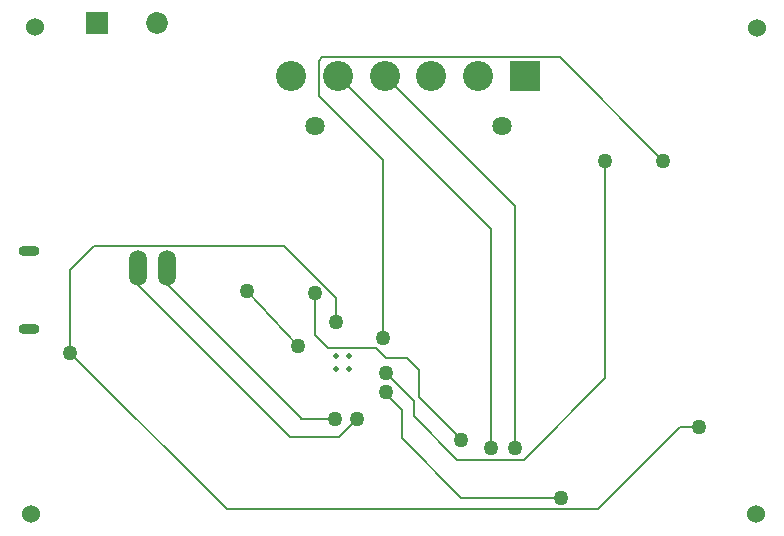
<source format=gbl>
G04*
G04 #@! TF.GenerationSoftware,Altium Limited,Altium Designer,19.1.5 (86)*
G04*
G04 Layer_Physical_Order=2*
G04 Layer_Color=16711680*
%FSLAX25Y25*%
%MOIN*%
G70*
G01*
G75*
%ADD53C,0.00800*%
%ADD54O,0.05937X0.11874*%
%ADD55C,0.06417*%
%ADD56R,0.10039X0.10039*%
%ADD57C,0.10039*%
%ADD58R,0.07284X0.07284*%
%ADD59C,0.07284*%
%ADD60O,0.07087X0.03543*%
%ADD61C,0.01968*%
%ADD62C,0.06000*%
%ADD63C,0.05000*%
D53*
X78800Y82300D02*
X95900Y63900D01*
X195700Y9500D02*
X223200Y37000D01*
X72200Y9500D02*
X195700D01*
X19900Y61800D02*
X72200Y9500D01*
X130400Y33200D02*
X150200Y13400D01*
X183600D01*
X130400Y33200D02*
Y42715D01*
X125000Y48115D02*
X130400Y42715D01*
X125000Y48115D02*
Y48600D01*
X124000Y66600D02*
Y126000D01*
X102718Y147282D02*
X124000Y126000D01*
X102718Y147282D02*
Y159118D01*
X103920Y160320D01*
X183080D01*
X217600Y125800D01*
X223200Y37000D02*
X229500D01*
X19873Y61600D02*
Y89473D01*
X168000Y30100D02*
Y110628D01*
X124728Y153900D02*
X168000Y110628D01*
X160000Y30100D02*
Y103038D01*
X109138Y153900D02*
X160000Y103038D01*
X108500Y72100D02*
Y80115D01*
X91315Y97300D02*
X108500Y80115D01*
X27700Y97300D02*
X91315D01*
X19873Y89473D02*
X27700Y97300D01*
X171000Y26100D02*
X198100Y53200D01*
Y125700D01*
X42079Y84565D02*
X93043Y33600D01*
X42079Y84565D02*
Y87533D01*
X51821Y84865D02*
X96786Y39900D01*
X51821Y84865D02*
Y87833D01*
X150000Y32600D02*
Y33100D01*
X136156Y46944D02*
X150000Y33100D01*
X136156Y46944D02*
Y55944D01*
X134356Y40729D02*
X148985Y26100D01*
X134356Y40729D02*
Y45744D01*
X148985Y26100D02*
X171000D01*
X125000Y55100D02*
X134356Y45744D01*
X101500Y67600D02*
X105950Y63150D01*
X121935D01*
X122385Y62700D02*
Y62700D01*
X121935Y63150D02*
X122385Y62700D01*
Y62700D02*
X125242Y59842D01*
X132258D01*
X136156Y55944D01*
X101500Y67600D02*
Y81600D01*
X93043Y33600D02*
X109500D01*
X115500Y39600D01*
X96886D02*
X108000D01*
D54*
X52321Y89867D02*
D03*
X42479D02*
D03*
D55*
X163705Y137207D02*
D03*
X101342D02*
D03*
D56*
X171500Y153900D02*
D03*
D57*
X155909D02*
D03*
X140319D02*
D03*
X124728D02*
D03*
X109138D02*
D03*
X93547D02*
D03*
D58*
X28800Y171500D02*
D03*
D59*
X48800D02*
D03*
D60*
X6268Y69708D02*
D03*
Y95692D02*
D03*
D61*
Y69708D02*
D03*
Y95692D02*
D03*
X108335Y56435D02*
D03*
Y60765D02*
D03*
X112665Y56435D02*
D03*
Y60765D02*
D03*
D62*
X8200Y170200D02*
D03*
X248800Y170100D02*
D03*
X6800Y8100D02*
D03*
X248600Y7900D02*
D03*
D63*
X95900Y63900D02*
D03*
X78800Y82300D02*
D03*
X183600Y13400D02*
D03*
X229500Y37000D02*
D03*
X19900Y61800D02*
D03*
X198100Y125700D02*
D03*
X217600Y125800D02*
D03*
X150000Y32600D02*
D03*
X124000Y66600D02*
D03*
X168000Y30100D02*
D03*
X160000D02*
D03*
X101500Y81600D02*
D03*
X108500Y72100D02*
D03*
X125000Y55100D02*
D03*
Y48600D02*
D03*
X108000Y39600D02*
D03*
X115500D02*
D03*
M02*

</source>
